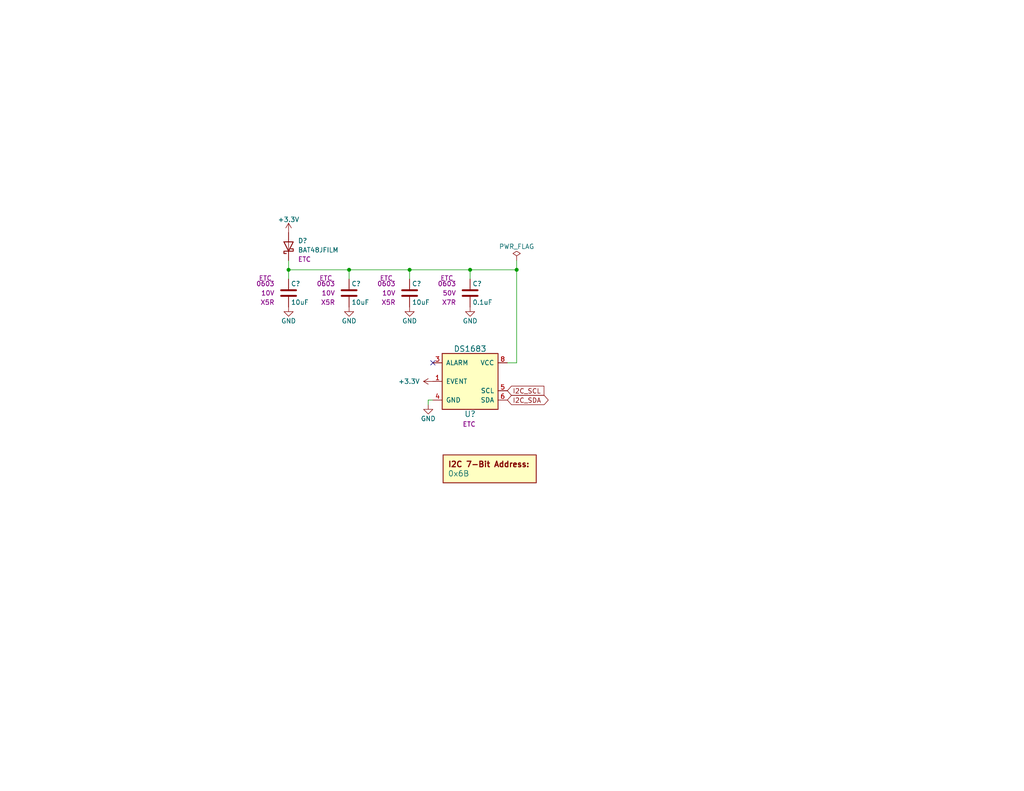
<source format=kicad_sch>
(kicad_sch (version 20230121) (generator eeschema)
  (paper "A")
  (title_block (date "2023-05-12") (rev "PRELIM") (company "Drew Maatman"))
  (lib_symbols
    (symbol "Custom_Library:C_Custom" (pin_numbers hide) (pin_names (offset 0.254))
      (property "Reference" "C" (at 0.635 2.54 0))
      (property "Value" "Custom_Library_C_Custom" (at 0.635 -2.54 0))
      (property "display_footprint" "Foot" (at -3.81 2.54 0))
      (property "Voltage" "V" (at -3.81 0 0))
      (property "Dielectric" "Er" (at -3.81 -2.54 0))
      (symbol "C_Custom_0_1"
        (polyline (pts (xy -2.032 -0.762) (xy 2.032 -0.762)) (stroke (width 0.508)))
        (polyline (pts (xy -2.032 0.762) (xy 2.032 0.762)) (stroke (width 0.508)))
      )
      (symbol "C_Custom_1_1"
        (pin passive line (at 0 3.81 270) (length 2.794) (name "~") (number "1"))
        (pin passive line (at 0 -3.81 90) (length 2.794) (name "~") (number "2"))
      )
    )
    (symbol "Custom_Library:DS1683" (pin_names (offset 1.016))
      (property "Reference" "U" (at 0 -8.89 0))
      (property "Value" "Custom_Library_DS1683" (at 0 8.89 0))
      (symbol "DS1683_0_1"
        (rectangle (start -7.62 7.62) (end 7.62 -7.62) (stroke (width 0.254)) (fill (type background)))
      )
      (symbol "DS1683_1_1"
        (pin input line (at -10.16 0 0) (length 2.54) (name "EVENT") (number "1"))
        (pin no_connect line (at -7.62 -10.16 90) (length 2.54) hide (name "NC") (number "2"))
        (pin open_collector line (at -10.16 5.08 0) (length 2.54) (name "ALARM") (number "3"))
        (pin power_in line (at -10.16 -5.08 0) (length 2.54) (name "GND") (number "4"))
        (pin open_collector line (at 10.16 -2.54 180) (length 2.54) (name "SCL") (number "5"))
        (pin open_collector line (at 10.16 -5.08 180) (length 2.54) (name "SDA") (number "6"))
        (pin no_connect line (at 7.62 -10.16 90) (length 2.54) hide (name "NC") (number "7"))
        (pin power_in line (at 10.16 5.08 180) (length 2.54) (name "VCC") (number "8"))
      )
    )
    (symbol "Custom_Library:I2C_Address" (pin_names (offset 1.016))
      (property "Value" "Custom_Library_I2C_Address" (at -11.43 0 0))
      (symbol "I2C_Address_0_0"
        (rectangle (start -12.7 5.08) (end 12.7 -2.54) (stroke (width 0.254)) (fill (type background)))
        (text "I2C 7-Bit Address:" (at -11.43 2.54 0) (effects (font (size 1.524 1.524) bold) (justify left)))
      )
    )
    (symbol "Diode:BAT48JFILM" (pin_numbers hide) (pin_names (offset 1.016) hide)
      (property "Reference" "D" (at 0 2.54 0))
      (property "Value" "BAT48JFILM" (at 0 -2.54 0))
      (symbol "BAT48JFILM_0_1"
        (polyline (pts (xy 1.27 0) (xy -1.27 0)))
        (polyline (pts (xy 1.27 1.27) (xy 1.27 -1.27) (xy -1.27 0) (xy 1.27 1.27)) (stroke (width 0.254)))
        (polyline (pts (xy -1.905 0.635) (xy -1.905 1.27) (xy -1.27 1.27) (xy -1.27 -1.27) (xy -0.635 -1.27) (xy -0.635 -0.635)) (stroke (width 0.254)))
      )
      (symbol "BAT48JFILM_1_1"
        (pin passive line (at -3.81 0 0) (length 2.54) (name "K") (number "1"))
        (pin passive line (at 3.81 0 180) (length 2.54) (name "A") (number "2"))
      )
    )
    (symbol "power:+3.3V" (power) (pin_names (offset 0))
      (property "Value" "+3.3V" (at 0 3.556 0))
      (symbol "+3.3V_0_1"
        (polyline (pts (xy -0.762 1.27) (xy 0 2.54)))
        (polyline (pts (xy 0 0) (xy 0 2.54)))
        (polyline (pts (xy 0 2.54) (xy 0.762 1.27)))
      )
      (symbol "+3.3V_1_1"
        (pin power_in line (at 0 0 90) (length 0) hide (name "+3.3V") (number "1"))
      )
    )
    (symbol "power:GND" (power) (pin_names (offset 0))
      (property "Value" "GND" (at 0 -3.81 0))
      (symbol "GND_0_1"
        (polyline (pts (xy 0 0) (xy 0 -1.27) (xy 1.27 -1.27) (xy 0 -2.54) (xy -1.27 -1.27) (xy 0 -1.27)))
      )
      (symbol "GND_1_1"
        (pin power_in line (at 0 0 270) (length 0) hide (name "GND") (number "1"))
      )
    )
    (symbol "power:PWR_FLAG" (power) (pin_numbers hide) (pin_names (offset 0) hide)
      (property "Value" "PWR_FLAG" (at 0 3.81 0))
      (symbol "PWR_FLAG_0_0"
        (pin power_out line (at 0 0 90) (length 0) (name "pwr") (number "1"))
      )
      (symbol "PWR_FLAG_0_1"
        (polyline (pts (xy 0 0) (xy 0 1.27) (xy -1.016 1.905) (xy 0 2.54) (xy 1.016 1.905) (xy 0 1.27)))
      )
    )
  )
  (junction (at 140.97 73.66))
  (junction (at 128.27 73.66))
  (junction (at 95.25 73.66))
  (junction (at 78.74 73.66))
  (junction (at 111.76 73.66))
  (no_connect (at 118.11 99.06))
  (wire (pts (xy 128.27 76.2) (xy 128.27 73.66)))
  (wire (pts (xy 78.74 73.66) (xy 78.74 76.2)))
  (wire (pts (xy 140.97 73.66) (xy 128.27 73.66)))
  (wire (pts (xy 116.84 109.22) (xy 118.11 109.22)))
  (wire (pts (xy 111.76 73.66) (xy 95.25 73.66)))
  (wire (pts (xy 140.97 99.06) (xy 138.43 99.06)))
  (wire (pts (xy 140.97 73.66) (xy 140.97 99.06)))
  (wire (pts (xy 116.84 110.49) (xy 116.84 109.22)))
  (wire (pts (xy 111.76 76.2) (xy 111.76 73.66)))
  (wire (pts (xy 140.97 71.12) (xy 140.97 73.66)))
  (wire (pts (xy 95.25 73.66) (xy 78.74 73.66)))
  (wire (pts (xy 78.74 71.12) (xy 78.74 73.66)))
  (wire (pts (xy 128.27 73.66) (xy 111.76 73.66)))
  (wire (pts (xy 95.25 73.66) (xy 95.25 76.2)))
  (global_label "I2C_SCL" (shape input) (at 138.43 106.68 0) (property "Intersheetrefs" "${INTERSHEET_REFS}" (effects hide)))
  (global_label "I2C_SDA" (shape bidirectional) (at 138.43 109.22 0) (property "Intersheetrefs" "${INTERSHEET_REFS}" (effects hide)))
  (symbol (lib_id "Diode:BAT48JFILM") (at 78.74 67.31 90) (unit 1)
    (property "Reference" "D?" (at 81.28 65.7225 90) (effects (justify right)))
    (property "Value" "BAT48JFILM" (at 81.28 68.2625 90) (effects (justify right)))
    (property "Footprint" "Diode_SMD:D_SOD-323" (effects hide))
    (property "Datasheet" "www.st.com/resource/en/datasheet/bat48.pdf" (effects hide))
    (property "Configuration" "ETC" (at 81.28 70.8025 90) (effects (justify right)))
    (property "Digi-Key PN" "497-5711-1-ND" (effects hide))
    (instances (project "VFD_Clock" (path "" (reference "D?") (unit 1))) (project "Nixie_Clock_Core" (path "" (reference "D1401") (unit 1))))
  )
  (symbol (lib_id "power:GND") (at 95.25 83.82 0) (unit 1)
    (property "Reference" "#PWR?" (effects hide))
    (property "Value" "GND" (at 95.25 87.63 0))
    (instances (project "VFD_Clock" (path "" (reference "#PWR?") (unit 1))) (project "Nixie_Clock_Core" (path "" (reference "#PWR01403") (unit 1))))
  )
  (symbol (lib_id "Custom_Library:C_Custom") (at 111.76 80.01 0) (unit 1)
    (property "Reference" "C?" (at 112.395 77.47 0) (effects (justify left)))
    (property "Value" "10uF" (at 112.395 82.55 0) (effects (justify left)))
    (property "Footprint" "Capacitors_SMD:C_0603" (effects hide))
    (property "display_footprint" "0603" (at 107.95 77.47 0) (effects (justify right)))
    (property "Voltage" "10V" (at 107.95 80.01 0) (effects (justify right)))
    (property "Dielectric" "X5R" (at 107.95 82.55 0) (effects (justify right)))
    (property "Configuration" "ETC" (at 105.41 75.946 0))
    (instances (project "VFD_Clock" (path "" (reference "C?") (unit 1)) (path "" (reference "C?") (unit 1)) (path "" (reference "C?") (unit 1)) (path "" (reference "C?") (unit 1)) (path "" (reference "C?") (unit 1)) (path "" (reference "C?") (unit 1)) (path "" (reference "C?") (unit 1)) (path "" (reference "C?") (unit 1)) (path "" (reference "C?") (unit 1)) (path "" (reference "C?") (unit 1))) (project "Nixie_Clock_Core" (path "" (reference "C1403") (unit 1))))
  )
  (symbol (lib_id "power:GND") (at 111.76 83.82 0) (unit 1)
    (property "Reference" "#PWR?" (effects hide))
    (property "Value" "GND" (at 111.76 87.63 0))
    (instances (project "VFD_Clock" (path "" (reference "#PWR?") (unit 1))) (project "Nixie_Clock_Core" (path "" (reference "#PWR01404") (unit 1))))
  )
  (symbol (lib_id "power:PWR_FLAG") (at 140.97 71.12 0) (unit 1)
    (property "Reference" "#FLG?" (effects hide))
    (property "Value" "PWR_FLAG" (at 140.97 67.31 0))
    (instances (project "VFD_Clock" (path "" (reference "#FLG?") (unit 1))) (project "Nixie_Clock_Core" (path "" (reference "#FLG01401") (unit 1))))
  )
  (symbol (lib_id "Custom_Library:C_Custom") (at 95.25 80.01 0) (unit 1)
    (property "Reference" "C?" (at 95.885 77.47 0) (effects (justify left)))
    (property "Value" "10uF" (at 95.885 82.55 0) (effects (justify left)))
    (property "Footprint" "Capacitors_SMD:C_0603" (effects hide))
    (property "display_footprint" "0603" (at 91.44 77.47 0) (effects (justify right)))
    (property "Voltage" "10V" (at 91.44 80.01 0) (effects (justify right)))
    (property "Dielectric" "X5R" (at 91.44 82.55 0) (effects (justify right)))
    (property "Configuration" "ETC" (at 88.9 75.946 0))
    (instances (project "VFD_Clock" (path "" (reference "C?") (unit 1)) (path "" (reference "C?") (unit 1)) (path "" (reference "C?") (unit 1)) (path "" (reference "C?") (unit 1)) (path "" (reference "C?") (unit 1)) (path "" (reference "C?") (unit 1)) (path "" (reference "C?") (unit 1)) (path "" (reference "C?") (unit 1)) (path "" (reference "C?") (unit 1)) (path "" (reference "C?") (unit 1))) (project "Nixie_Clock_Core" (path "" (reference "C1402") (unit 1))))
  )
  (symbol (lib_id "Custom_Library:I2C_Address") (at 133.604 129.286 0) (unit 1)
    (property "Reference" "DOC?" (effects hide))
    (property "Value" "0x6B" (at 122.174 129.286 0) (effects (font (size 1.524 1.524)) (justify left)))
    (instances (project "VFD_Clock" (path "" (reference "DOC?") (unit 1))) (project "Nixie_Clock_Core" (path "" (reference "DOC1401") (unit 1))))
  )
  (symbol (lib_id "power:GND") (at 78.74 83.82 0) (unit 1)
    (property "Reference" "#PWR?" (effects hide))
    (property "Value" "GND" (at 78.74 87.63 0))
    (instances (project "VFD_Clock" (path "" (reference "#PWR?") (unit 1))) (project "Nixie_Clock_Core" (path "" (reference "#PWR01402") (unit 1))))
  )
  (symbol (lib_id "power:GND") (at 128.27 83.82 0) (unit 1)
    (property "Reference" "#PWR?" (effects hide))
    (property "Value" "GND" (at 128.27 87.63 0))
    (instances (project "VFD_Clock" (path "" (reference "#PWR?") (unit 1))) (project "Nixie_Clock_Core" (path "" (reference "#PWR01407") (unit 1))))
  )
  (symbol (lib_id "power:GND") (at 116.84 110.49 0) (unit 1)
    (property "Reference" "#PWR?" (effects hide))
    (property "Value" "GND" (at 116.84 114.3 0))
    (instances (project "VFD_Clock" (path "" (reference "#PWR?") (unit 1))) (project "Nixie_Clock_Core" (path "" (reference "#PWR01405") (unit 1))))
  )
  (symbol (lib_id "power:+3.3V") (at 78.74 63.5 0) (unit 1)
    (property "Reference" "#PWR?" (effects hide))
    (property "Value" "+3.3V" (at 78.74 59.944 0))
    (instances (project "VFD_Clock" (path "" (reference "#PWR?") (unit 1))) (project "Nixie_Clock_Core" (path "" (reference "#PWR01401") (unit 1))))
  )
  (symbol (lib_id "power:+3.3V") (at 118.11 104.14 90) (unit 1)
    (property "Reference" "#PWR?" (effects hide))
    (property "Value" "+3.3V" (at 114.554 104.14 90) (effects (justify left)))
    (instances (project "VFD_Clock" (path "" (reference "#PWR?") (unit 1))) (project "Nixie_Clock_Core" (path "" (reference "#PWR01406") (unit 1))))
  )
  (symbol (lib_id "Custom_Library:C_Custom") (at 128.27 80.01 0) (unit 1)
    (property "Reference" "C?" (at 128.905 77.47 0) (effects (justify left)))
    (property "Value" "0.1uF" (at 128.905 82.55 0) (effects (justify left)))
    (property "Footprint" "Capacitors_SMD:C_0603" (effects hide))
    (property "display_footprint" "0603" (at 124.46 77.47 0) (effects (justify right)))
    (property "Voltage" "50V" (at 124.46 80.01 0) (effects (justify right)))
    (property "Dielectric" "X7R" (at 124.46 82.55 0) (effects (justify right)))
    (property "Configuration" "ETC" (at 121.92 75.946 0))
    (instances (project "VFD_Clock" (path "" (reference "C?") (unit 1))) (project "Nixie_Clock_Core" (path "" (reference "C1404") (unit 1))))
  )
  (symbol (lib_id "Custom_Library:DS1683") (at 128.27 104.14 0) (unit 1)
    (property "Reference" "U?" (at 128.27 113.03 0) (effects (font (size 1.524 1.524))))
    (property "Value" "DS1683" (at 128.27 95.25 0) (effects (font (size 1.524 1.524))))
    (property "Footprint" "Housings_SOIC:SOIC-8_3.9x4.9mm_Pitch1.27mm" (effects hide))
    (property "Datasheet" "https://datasheets.maximintegrated.com/en/ds/DS1683.pdf" (effects hide))
    (property "Digi-Key PN" "DS1683S+-ND" (effects hide))
    (property "Config" "ETC" (at 128.016 115.824 0))
    (instances (project "VFD_Clock" (path "" (reference "U?") (unit 1))) (project "Nixie_Clock_Core" (path "" (reference "U1401") (unit 1))))
  )
  (symbol (lib_id "Custom_Library:C_Custom") (at 78.74 80.01 0) (unit 1)
    (property "Reference" "C?" (at 79.375 77.47 0) (effects (justify left)))
    (property "Value" "10uF" (at 79.375 82.55 0) (effects (justify left)))
    (property "Footprint" "Capacitors_SMD:C_0603" (effects hide))
    (property "display_footprint" "0603" (at 74.93 77.47 0) (effects (justify right)))
    (property "Voltage" "10V" (at 74.93 80.01 0) (effects (justify right)))
    (property "Dielectric" "X5R" (at 74.93 82.55 0) (effects (justify right)))
    (property "Configuration" "ETC" (at 72.39 75.946 0))
    (instances (project "VFD_Clock" (path "" (reference "C?") (unit 1)) (path "" (reference "C?") (unit 1)) (path "" (reference "C?") (unit 1)) (path "" (reference "C?") (unit 1)) (path "" (reference "C?") (unit 1)) (path "" (reference "C?") (unit 1)) (path "" (reference "C?") (unit 1)) (path "" (reference "C?") (unit 1)) (path "" (reference "C?") (unit 1)) (path "" (reference "C?") (unit 1))) (project "Nixie_Clock_Core" (path "" (reference "C1401") (unit 1))))
  )
)
</source>
